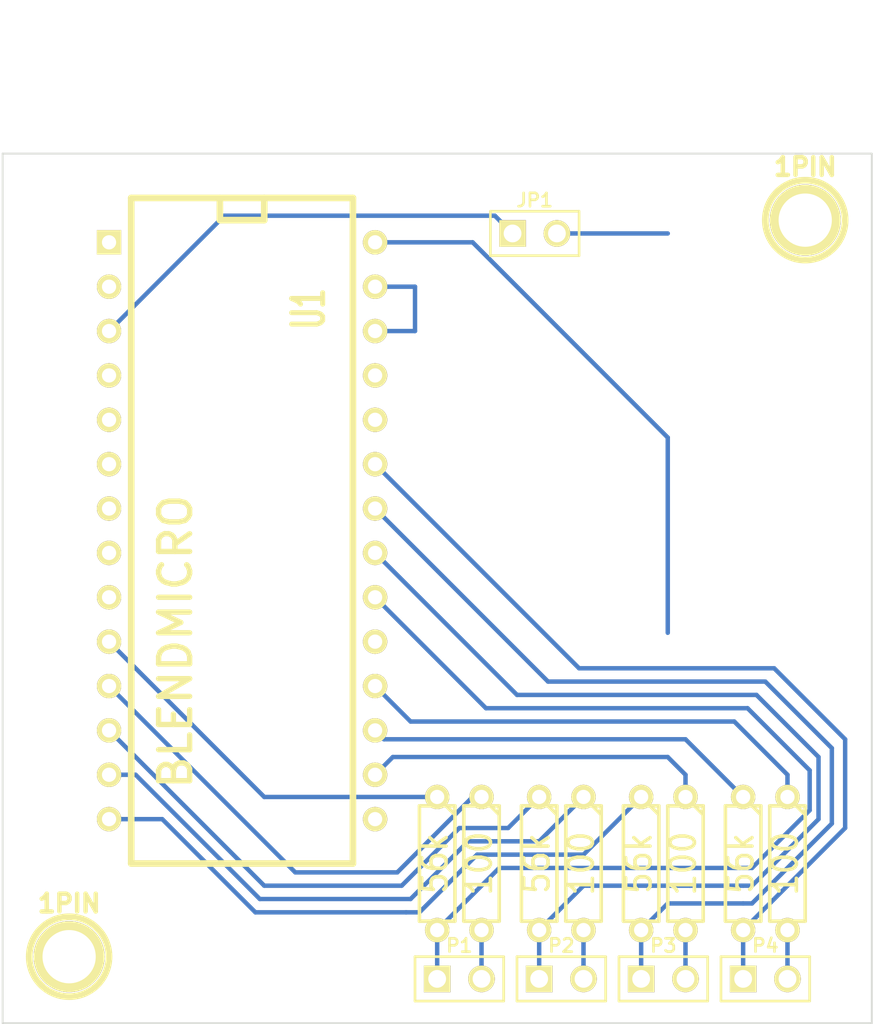
<source format=kicad_pcb>
(kicad_pcb (version 3) (host pcbnew "(22-Jun-2014 BZR 4027)-stable")

  (general
    (links 22)
    (no_connects 0)
    (area 97.485999 79.451999 147.370001 129.336001)
    (thickness 1.6)
    (drawings 5)
    (tracks 83)
    (zones 0)
    (modules 16)
    (nets 21)
  )

  (page A3)
  (layers
    (15 F.Cu signal)
    (0 B.Cu signal)
    (16 B.Adhes user)
    (17 F.Adhes user)
    (18 B.Paste user)
    (19 F.Paste user)
    (20 B.SilkS user)
    (21 F.SilkS user)
    (22 B.Mask user)
    (23 F.Mask user)
    (24 Dwgs.User user)
    (25 Cmts.User user)
    (26 Eco1.User user)
    (27 Eco2.User user)
    (28 Edge.Cuts user)
  )

  (setup
    (last_trace_width 0.254)
    (trace_clearance 0.254)
    (zone_clearance 0.508)
    (zone_45_only no)
    (trace_min 0.254)
    (segment_width 0.2)
    (edge_width 0.1)
    (via_size 0.889)
    (via_drill 0.635)
    (via_min_size 0.889)
    (via_min_drill 0.508)
    (uvia_size 0.508)
    (uvia_drill 0.127)
    (uvias_allowed no)
    (uvia_min_size 0.508)
    (uvia_min_drill 0.127)
    (pcb_text_width 0.3)
    (pcb_text_size 1.5 1.5)
    (mod_edge_width 0.15)
    (mod_text_size 1 1)
    (mod_text_width 0.15)
    (pad_size 1.5 1.5)
    (pad_drill 0.6)
    (pad_to_mask_clearance 0)
    (aux_axis_origin 97.536 129.286)
    (visible_elements FFFFFFBF)
    (pcbplotparams
      (layerselection 284196865)
      (usegerberextensions true)
      (excludeedgelayer true)
      (linewidth 0.150000)
      (plotframeref false)
      (viasonmask false)
      (mode 1)
      (useauxorigin false)
      (hpglpennumber 1)
      (hpglpenspeed 20)
      (hpglpendiameter 15)
      (hpglpenoverlay 2)
      (psnegative false)
      (psa4output false)
      (plotreference true)
      (plotvalue true)
      (plotothertext true)
      (plotinvisibletext false)
      (padsonsilk false)
      (subtractmaskfromsilk false)
      (outputformat 1)
      (mirror false)
      (drillshape 0)
      (scaleselection 1)
      (outputdirectory ""))
  )

  (net 0 "")
  (net 1 N-000001)
  (net 2 N-0000010)
  (net 3 N-0000011)
  (net 4 N-0000012)
  (net 5 N-0000013)
  (net 6 N-0000014)
  (net 7 N-0000015)
  (net 8 N-0000016)
  (net 9 N-0000017)
  (net 10 N-0000018)
  (net 11 N-0000019)
  (net 12 N-000002)
  (net 13 N-0000021)
  (net 14 N-0000022)
  (net 15 N-000003)
  (net 16 N-000004)
  (net 17 N-000005)
  (net 18 N-000006)
  (net 19 N-000007)
  (net 20 N-000008)

  (net_class Default "This is the default net class."
    (clearance 0.254)
    (trace_width 0.254)
    (via_dia 0.889)
    (via_drill 0.635)
    (uvia_dia 0.508)
    (uvia_drill 0.127)
    (add_net "")
    (add_net N-000001)
    (add_net N-0000010)
    (add_net N-0000011)
    (add_net N-0000012)
    (add_net N-0000013)
    (add_net N-0000014)
    (add_net N-0000015)
    (add_net N-0000016)
    (add_net N-0000017)
    (add_net N-0000018)
    (add_net N-0000019)
    (add_net N-000002)
    (add_net N-0000021)
    (add_net N-0000022)
    (add_net N-000003)
    (add_net N-000004)
    (add_net N-000005)
    (add_net N-000006)
    (add_net N-000007)
    (add_net N-000008)
  )

  (module DIP-28__600 (layer F.Cu) (tedit 200000) (tstamp 54AAE8B0)
    (at 111.252 101.092 270)
    (descr "Module Dil 28 pins, pads ronds, e=600 mils")
    (tags DIL)
    (path /54AAEF36)
    (fp_text reference U1 (at -12.7 -3.81 270) (layer F.SilkS)
      (effects (font (size 1.778 1.143) (thickness 0.3048)))
    )
    (fp_text value BLENDMICRO (at 6.35 3.81 270) (layer F.SilkS)
      (effects (font (size 1.778 1.778) (thickness 0.3048)))
    )
    (fp_line (start -19.05 -1.27) (end -19.05 -1.27) (layer F.SilkS) (width 0.381))
    (fp_line (start -19.05 -1.27) (end -17.78 -1.27) (layer F.SilkS) (width 0.381))
    (fp_line (start -17.78 -1.27) (end -17.78 1.27) (layer F.SilkS) (width 0.381))
    (fp_line (start -17.78 1.27) (end -19.05 1.27) (layer F.SilkS) (width 0.381))
    (fp_line (start -19.05 -6.35) (end 19.05 -6.35) (layer F.SilkS) (width 0.381))
    (fp_line (start 19.05 -6.35) (end 19.05 6.35) (layer F.SilkS) (width 0.381))
    (fp_line (start 19.05 6.35) (end -19.05 6.35) (layer F.SilkS) (width 0.381))
    (fp_line (start -19.05 6.35) (end -19.05 -6.35) (layer F.SilkS) (width 0.381))
    (pad 1 thru_hole rect (at -16.51 7.62 270) (size 1.397 1.397) (drill 0.8128)
      (layers *.Cu *.Mask F.SilkS)
    )
    (pad 2 thru_hole circle (at -13.97 7.62 270) (size 1.397 1.397) (drill 0.8128)
      (layers *.Cu *.Mask F.SilkS)
    )
    (pad 3 thru_hole circle (at -11.43 7.62 270) (size 1.397 1.397) (drill 0.8128)
      (layers *.Cu *.Mask F.SilkS)
      (net 5 N-0000013)
    )
    (pad 4 thru_hole circle (at -8.89 7.62 270) (size 1.397 1.397) (drill 0.8128)
      (layers *.Cu *.Mask F.SilkS)
    )
    (pad 5 thru_hole circle (at -6.35 7.62 270) (size 1.397 1.397) (drill 0.8128)
      (layers *.Cu *.Mask F.SilkS)
    )
    (pad 6 thru_hole circle (at -3.81 7.62 270) (size 1.397 1.397) (drill 0.8128)
      (layers *.Cu *.Mask F.SilkS)
    )
    (pad 7 thru_hole circle (at -1.27 7.62 270) (size 1.397 1.397) (drill 0.8128)
      (layers *.Cu *.Mask F.SilkS)
    )
    (pad 8 thru_hole circle (at 1.27 7.62 270) (size 1.397 1.397) (drill 0.8128)
      (layers *.Cu *.Mask F.SilkS)
    )
    (pad 9 thru_hole circle (at 3.81 7.62 270) (size 1.397 1.397) (drill 0.8128)
      (layers *.Cu *.Mask F.SilkS)
    )
    (pad 10 thru_hole circle (at 6.35 7.62 270) (size 1.397 1.397) (drill 0.8128)
      (layers *.Cu *.Mask F.SilkS)
      (net 12 N-000002)
    )
    (pad 11 thru_hole circle (at 8.89 7.62 270) (size 1.397 1.397) (drill 0.8128)
      (layers *.Cu *.Mask F.SilkS)
      (net 16 N-000004)
    )
    (pad 12 thru_hole circle (at 11.43 7.62 270) (size 1.397 1.397) (drill 0.8128)
      (layers *.Cu *.Mask F.SilkS)
      (net 20 N-000008)
    )
    (pad 13 thru_hole circle (at 13.97 7.62 270) (size 1.397 1.397) (drill 0.8128)
      (layers *.Cu *.Mask F.SilkS)
      (net 6 N-0000014)
    )
    (pad 14 thru_hole circle (at 16.51 7.62 270) (size 1.397 1.397) (drill 0.8128)
      (layers *.Cu *.Mask F.SilkS)
      (net 19 N-000007)
    )
    (pad 15 thru_hole circle (at 16.51 -7.62 270) (size 1.397 1.397) (drill 0.8128)
      (layers *.Cu *.Mask F.SilkS)
    )
    (pad 16 thru_hole circle (at 13.97 -7.62 270) (size 1.397 1.397) (drill 0.8128)
      (layers *.Cu *.Mask F.SilkS)
      (net 1 N-000001)
    )
    (pad 17 thru_hole circle (at 11.43 -7.62 270) (size 1.397 1.397) (drill 0.8128)
      (layers *.Cu *.Mask F.SilkS)
      (net 18 N-000006)
    )
    (pad 18 thru_hole circle (at 8.89 -7.62 270) (size 1.397 1.397) (drill 0.8128)
      (layers *.Cu *.Mask F.SilkS)
      (net 7 N-0000015)
    )
    (pad 19 thru_hole circle (at 6.35 -7.62 270) (size 1.397 1.397) (drill 0.8128)
      (layers *.Cu *.Mask F.SilkS)
    )
    (pad 20 thru_hole circle (at 3.81 -7.62 270) (size 1.397 1.397) (drill 0.8128)
      (layers *.Cu *.Mask F.SilkS)
      (net 15 N-000003)
    )
    (pad 21 thru_hole circle (at 1.27 -7.62 270) (size 1.397 1.397) (drill 0.8128)
      (layers *.Cu *.Mask F.SilkS)
      (net 9 N-0000017)
    )
    (pad 22 thru_hole circle (at -1.27 -7.62 270) (size 1.397 1.397) (drill 0.8128)
      (layers *.Cu *.Mask F.SilkS)
      (net 2 N-0000010)
    )
    (pad 23 thru_hole circle (at -3.81 -7.62 270) (size 1.397 1.397) (drill 0.8128)
      (layers *.Cu *.Mask F.SilkS)
      (net 10 N-0000018)
    )
    (pad 24 thru_hole circle (at -6.35 -7.62 270) (size 1.397 1.397) (drill 0.8128)
      (layers *.Cu *.Mask F.SilkS)
    )
    (pad 25 thru_hole circle (at -8.89 -7.62 270) (size 1.397 1.397) (drill 0.8128)
      (layers *.Cu *.Mask F.SilkS)
    )
    (pad 26 thru_hole circle (at -11.43 -7.62 270) (size 1.397 1.397) (drill 0.8128)
      (layers *.Cu *.Mask F.SilkS)
      (net 14 N-0000022)
    )
    (pad 27 thru_hole circle (at -13.97 -7.62 270) (size 1.397 1.397) (drill 0.8128)
      (layers *.Cu *.Mask F.SilkS)
      (net 14 N-0000022)
    )
    (pad 28 thru_hole circle (at -16.51 -7.62 270) (size 1.397 1.397) (drill 0.8128)
      (layers *.Cu *.Mask F.SilkS)
      (net 13 N-0000021)
    )
    (model dil/dil_28-w600.wrl
      (at (xyz 0 0 0))
      (scale (xyz 1 1 1))
      (rotate (xyz 0 0 0))
    )
  )

  (module R3 (layer F.Cu) (tedit 4E4C0E65) (tstamp 54AAEBFB)
    (at 124.968 120.142 270)
    (descr "Resitance 3 pas")
    (tags R)
    (path /54AD9097)
    (autoplace_cost180 10)
    (fp_text reference R2 (at 0 0.127 270) (layer F.SilkS) hide
      (effects (font (size 1.397 1.27) (thickness 0.2032)))
    )
    (fp_text value 100 (at 0 0.127 270) (layer F.SilkS)
      (effects (font (size 1.397 1.27) (thickness 0.2032)))
    )
    (fp_line (start -3.81 0) (end -3.302 0) (layer F.SilkS) (width 0.2032))
    (fp_line (start 3.81 0) (end 3.302 0) (layer F.SilkS) (width 0.2032))
    (fp_line (start 3.302 0) (end 3.302 -1.016) (layer F.SilkS) (width 0.2032))
    (fp_line (start 3.302 -1.016) (end -3.302 -1.016) (layer F.SilkS) (width 0.2032))
    (fp_line (start -3.302 -1.016) (end -3.302 1.016) (layer F.SilkS) (width 0.2032))
    (fp_line (start -3.302 1.016) (end 3.302 1.016) (layer F.SilkS) (width 0.2032))
    (fp_line (start 3.302 1.016) (end 3.302 0) (layer F.SilkS) (width 0.2032))
    (fp_line (start -3.302 -0.508) (end -2.794 -1.016) (layer F.SilkS) (width 0.2032))
    (pad 1 thru_hole circle (at -3.81 0 270) (size 1.397 1.397) (drill 0.8128)
      (layers *.Cu *.Mask F.SilkS)
      (net 16 N-000004)
    )
    (pad 2 thru_hole circle (at 3.81 0 270) (size 1.397 1.397) (drill 0.8128)
      (layers *.Cu *.Mask F.SilkS)
      (net 17 N-000005)
    )
    (model discret/resistor.wrl
      (at (xyz 0 0 0))
      (scale (xyz 0.3 0.3 0.3))
      (rotate (xyz 0 0 0))
    )
  )

  (module R3 (layer F.Cu) (tedit 4E4C0E65) (tstamp 54AAEC09)
    (at 122.428 120.142 270)
    (descr "Resitance 3 pas")
    (tags R)
    (path /54AD909D)
    (autoplace_cost180 10)
    (fp_text reference R1 (at 0 0.127 270) (layer F.SilkS) hide
      (effects (font (size 1.397 1.27) (thickness 0.2032)))
    )
    (fp_text value 56k (at 0 0.127 270) (layer F.SilkS)
      (effects (font (size 1.397 1.27) (thickness 0.2032)))
    )
    (fp_line (start -3.81 0) (end -3.302 0) (layer F.SilkS) (width 0.2032))
    (fp_line (start 3.81 0) (end 3.302 0) (layer F.SilkS) (width 0.2032))
    (fp_line (start 3.302 0) (end 3.302 -1.016) (layer F.SilkS) (width 0.2032))
    (fp_line (start 3.302 -1.016) (end -3.302 -1.016) (layer F.SilkS) (width 0.2032))
    (fp_line (start -3.302 -1.016) (end -3.302 1.016) (layer F.SilkS) (width 0.2032))
    (fp_line (start -3.302 1.016) (end 3.302 1.016) (layer F.SilkS) (width 0.2032))
    (fp_line (start 3.302 1.016) (end 3.302 0) (layer F.SilkS) (width 0.2032))
    (fp_line (start -3.302 -0.508) (end -2.794 -1.016) (layer F.SilkS) (width 0.2032))
    (pad 1 thru_hole circle (at -3.81 0 270) (size 1.397 1.397) (drill 0.8128)
      (layers *.Cu *.Mask F.SilkS)
      (net 12 N-000002)
    )
    (pad 2 thru_hole circle (at 3.81 0 270) (size 1.397 1.397) (drill 0.8128)
      (layers *.Cu *.Mask F.SilkS)
      (net 15 N-000003)
    )
    (model discret/resistor.wrl
      (at (xyz 0 0 0))
      (scale (xyz 0.3 0.3 0.3))
      (rotate (xyz 0 0 0))
    )
  )

  (module PIN_ARRAY_2X1 (layer F.Cu) (tedit 4565C520) (tstamp 54AAEC13)
    (at 123.698 126.746)
    (descr "Connecteurs 2 pins")
    (tags "CONN DEV")
    (path /54AD90A3)
    (fp_text reference P1 (at 0 -1.905) (layer F.SilkS)
      (effects (font (size 0.762 0.762) (thickness 0.1524)))
    )
    (fp_text value CONN_2 (at 0 -1.905) (layer F.SilkS) hide
      (effects (font (size 0.762 0.762) (thickness 0.1524)))
    )
    (fp_line (start -2.54 1.27) (end -2.54 -1.27) (layer F.SilkS) (width 0.1524))
    (fp_line (start -2.54 -1.27) (end 2.54 -1.27) (layer F.SilkS) (width 0.1524))
    (fp_line (start 2.54 -1.27) (end 2.54 1.27) (layer F.SilkS) (width 0.1524))
    (fp_line (start 2.54 1.27) (end -2.54 1.27) (layer F.SilkS) (width 0.1524))
    (pad 1 thru_hole rect (at -1.27 0) (size 1.524 1.524) (drill 1.016)
      (layers *.Cu *.Mask F.SilkS)
      (net 15 N-000003)
    )
    (pad 2 thru_hole circle (at 1.27 0) (size 1.524 1.524) (drill 1.016)
      (layers *.Cu *.Mask F.SilkS)
      (net 17 N-000005)
    )
    (model pin_array/pins_array_2x1.wrl
      (at (xyz 0 0 0))
      (scale (xyz 1 1 1))
      (rotate (xyz 0 0 0))
    )
  )

  (module R3 (layer F.Cu) (tedit 4E4C0E65) (tstamp 54AAFBA7)
    (at 130.81 120.142 270)
    (descr "Resitance 3 pas")
    (tags R)
    (path /54AAEF56)
    (autoplace_cost180 10)
    (fp_text reference R4 (at 0 0.127 270) (layer F.SilkS) hide
      (effects (font (size 1.397 1.27) (thickness 0.2032)))
    )
    (fp_text value 100 (at 0 0.127 270) (layer F.SilkS)
      (effects (font (size 1.397 1.27) (thickness 0.2032)))
    )
    (fp_line (start -3.81 0) (end -3.302 0) (layer F.SilkS) (width 0.2032))
    (fp_line (start 3.81 0) (end 3.302 0) (layer F.SilkS) (width 0.2032))
    (fp_line (start 3.302 0) (end 3.302 -1.016) (layer F.SilkS) (width 0.2032))
    (fp_line (start 3.302 -1.016) (end -3.302 -1.016) (layer F.SilkS) (width 0.2032))
    (fp_line (start -3.302 -1.016) (end -3.302 1.016) (layer F.SilkS) (width 0.2032))
    (fp_line (start -3.302 1.016) (end 3.302 1.016) (layer F.SilkS) (width 0.2032))
    (fp_line (start 3.302 1.016) (end 3.302 0) (layer F.SilkS) (width 0.2032))
    (fp_line (start -3.302 -0.508) (end -2.794 -1.016) (layer F.SilkS) (width 0.2032))
    (pad 1 thru_hole circle (at -3.81 0 270) (size 1.397 1.397) (drill 0.8128)
      (layers *.Cu *.Mask F.SilkS)
      (net 6 N-0000014)
    )
    (pad 2 thru_hole circle (at 3.81 0 270) (size 1.397 1.397) (drill 0.8128)
      (layers *.Cu *.Mask F.SilkS)
      (net 11 N-0000019)
    )
    (model discret/resistor.wrl
      (at (xyz 0 0 0))
      (scale (xyz 0.3 0.3 0.3))
      (rotate (xyz 0 0 0))
    )
  )

  (module R3 (layer F.Cu) (tedit 4E4C0E65) (tstamp 54AAFBB5)
    (at 128.27 120.142 270)
    (descr "Resitance 3 pas")
    (tags R)
    (path /54AAEF65)
    (autoplace_cost180 10)
    (fp_text reference R3 (at 0 0.127 270) (layer F.SilkS) hide
      (effects (font (size 1.397 1.27) (thickness 0.2032)))
    )
    (fp_text value 56k (at 0 0.127 270) (layer F.SilkS)
      (effects (font (size 1.397 1.27) (thickness 0.2032)))
    )
    (fp_line (start -3.81 0) (end -3.302 0) (layer F.SilkS) (width 0.2032))
    (fp_line (start 3.81 0) (end 3.302 0) (layer F.SilkS) (width 0.2032))
    (fp_line (start 3.302 0) (end 3.302 -1.016) (layer F.SilkS) (width 0.2032))
    (fp_line (start 3.302 -1.016) (end -3.302 -1.016) (layer F.SilkS) (width 0.2032))
    (fp_line (start -3.302 -1.016) (end -3.302 1.016) (layer F.SilkS) (width 0.2032))
    (fp_line (start -3.302 1.016) (end 3.302 1.016) (layer F.SilkS) (width 0.2032))
    (fp_line (start 3.302 1.016) (end 3.302 0) (layer F.SilkS) (width 0.2032))
    (fp_line (start -3.302 -0.508) (end -2.794 -1.016) (layer F.SilkS) (width 0.2032))
    (pad 1 thru_hole circle (at -3.81 0 270) (size 1.397 1.397) (drill 0.8128)
      (layers *.Cu *.Mask F.SilkS)
      (net 20 N-000008)
    )
    (pad 2 thru_hole circle (at 3.81 0 270) (size 1.397 1.397) (drill 0.8128)
      (layers *.Cu *.Mask F.SilkS)
      (net 9 N-0000017)
    )
    (model discret/resistor.wrl
      (at (xyz 0 0 0))
      (scale (xyz 0.3 0.3 0.3))
      (rotate (xyz 0 0 0))
    )
  )

  (module PIN_ARRAY_2X1 (layer F.Cu) (tedit 4565C520) (tstamp 54AAFBBF)
    (at 128.016 84.074)
    (descr "Connecteurs 2 pins")
    (tags "CONN DEV")
    (path /54AAF39B)
    (fp_text reference JP1 (at 0 -1.905) (layer F.SilkS)
      (effects (font (size 0.762 0.762) (thickness 0.1524)))
    )
    (fp_text value JUMPER (at 0 -1.905) (layer F.SilkS) hide
      (effects (font (size 0.762 0.762) (thickness 0.1524)))
    )
    (fp_line (start -2.54 1.27) (end -2.54 -1.27) (layer F.SilkS) (width 0.1524))
    (fp_line (start -2.54 -1.27) (end 2.54 -1.27) (layer F.SilkS) (width 0.1524))
    (fp_line (start 2.54 -1.27) (end 2.54 1.27) (layer F.SilkS) (width 0.1524))
    (fp_line (start 2.54 1.27) (end -2.54 1.27) (layer F.SilkS) (width 0.1524))
    (pad 1 thru_hole rect (at -1.27 0) (size 1.524 1.524) (drill 1.016)
      (layers *.Cu *.Mask F.SilkS)
      (net 5 N-0000013)
    )
    (pad 2 thru_hole circle (at 1.27 0) (size 1.524 1.524) (drill 1.016)
      (layers *.Cu *.Mask F.SilkS)
      (net 4 N-0000012)
    )
    (model pin_array/pins_array_2x1.wrl
      (at (xyz 0 0 0))
      (scale (xyz 1 1 1))
      (rotate (xyz 0 0 0))
    )
  )

  (module PIN_ARRAY_2X1 (layer F.Cu) (tedit 4565C520) (tstamp 54AAFBC9)
    (at 129.54 126.746)
    (descr "Connecteurs 2 pins")
    (tags "CONN DEV")
    (path /54AAEF8F)
    (fp_text reference P2 (at 0 -1.905) (layer F.SilkS)
      (effects (font (size 0.762 0.762) (thickness 0.1524)))
    )
    (fp_text value CONN_2 (at 0 -1.905) (layer F.SilkS) hide
      (effects (font (size 0.762 0.762) (thickness 0.1524)))
    )
    (fp_line (start -2.54 1.27) (end -2.54 -1.27) (layer F.SilkS) (width 0.1524))
    (fp_line (start -2.54 -1.27) (end 2.54 -1.27) (layer F.SilkS) (width 0.1524))
    (fp_line (start 2.54 -1.27) (end 2.54 1.27) (layer F.SilkS) (width 0.1524))
    (fp_line (start 2.54 1.27) (end -2.54 1.27) (layer F.SilkS) (width 0.1524))
    (pad 1 thru_hole rect (at -1.27 0) (size 1.524 1.524) (drill 1.016)
      (layers *.Cu *.Mask F.SilkS)
      (net 9 N-0000017)
    )
    (pad 2 thru_hole circle (at 1.27 0) (size 1.524 1.524) (drill 1.016)
      (layers *.Cu *.Mask F.SilkS)
      (net 11 N-0000019)
    )
    (model pin_array/pins_array_2x1.wrl
      (at (xyz 0 0 0))
      (scale (xyz 1 1 1))
      (rotate (xyz 0 0 0))
    )
  )

  (module 1pin (layer F.Cu) (tedit 200000) (tstamp 54ACC087)
    (at 101.346 125.476)
    (descr "module 1 pin (ou trou mecanique de percage)")
    (tags DEV)
    (path 1pin)
    (fp_text reference 1PIN (at 0 -3.048) (layer F.SilkS)
      (effects (font (size 1.016 1.016) (thickness 0.254)))
    )
    (fp_text value P*** (at 0 2.794) (layer F.SilkS) hide
      (effects (font (size 1.016 1.016) (thickness 0.254)))
    )
    (fp_circle (center 0 0) (end 0 -2.286) (layer F.SilkS) (width 0.381))
    (pad 1 thru_hole circle (at 0 0) (size 4.064 4.064) (drill 3.048)
      (layers *.Cu *.Mask F.SilkS)
    )
  )

  (module 1pin (layer F.Cu) (tedit 200000) (tstamp 54ACC0A9)
    (at 143.51 83.312)
    (descr "module 1 pin (ou trou mecanique de percage)")
    (tags DEV)
    (path 1pin)
    (fp_text reference 1PIN (at 0 -3.048) (layer F.SilkS)
      (effects (font (size 1.016 1.016) (thickness 0.254)))
    )
    (fp_text value P*** (at 0 2.794) (layer F.SilkS) hide
      (effects (font (size 1.016 1.016) (thickness 0.254)))
    )
    (fp_circle (center 0 0) (end 0 -2.286) (layer F.SilkS) (width 0.381))
    (pad 1 thru_hole circle (at 0 0) (size 4.064 4.064) (drill 3.048)
      (layers *.Cu *.Mask F.SilkS)
    )
  )

  (module R3 (layer F.Cu) (tedit 4E4C0E65) (tstamp 54AD91A2)
    (at 142.494 120.142 270)
    (descr "Resitance 3 pas")
    (tags R)
    (path /54ADA407)
    (autoplace_cost180 10)
    (fp_text reference R8 (at 0 0.127 270) (layer F.SilkS) hide
      (effects (font (size 1.397 1.27) (thickness 0.2032)))
    )
    (fp_text value 100 (at 0 0.127 270) (layer F.SilkS)
      (effects (font (size 1.397 1.27) (thickness 0.2032)))
    )
    (fp_line (start -3.81 0) (end -3.302 0) (layer F.SilkS) (width 0.2032))
    (fp_line (start 3.81 0) (end 3.302 0) (layer F.SilkS) (width 0.2032))
    (fp_line (start 3.302 0) (end 3.302 -1.016) (layer F.SilkS) (width 0.2032))
    (fp_line (start 3.302 -1.016) (end -3.302 -1.016) (layer F.SilkS) (width 0.2032))
    (fp_line (start -3.302 -1.016) (end -3.302 1.016) (layer F.SilkS) (width 0.2032))
    (fp_line (start -3.302 1.016) (end 3.302 1.016) (layer F.SilkS) (width 0.2032))
    (fp_line (start 3.302 1.016) (end 3.302 0) (layer F.SilkS) (width 0.2032))
    (fp_line (start -3.302 -0.508) (end -2.794 -1.016) (layer F.SilkS) (width 0.2032))
    (pad 1 thru_hole circle (at -3.81 0 270) (size 1.397 1.397) (drill 0.8128)
      (layers *.Cu *.Mask F.SilkS)
      (net 7 N-0000015)
    )
    (pad 2 thru_hole circle (at 3.81 0 270) (size 1.397 1.397) (drill 0.8128)
      (layers *.Cu *.Mask F.SilkS)
      (net 8 N-0000016)
    )
    (model discret/resistor.wrl
      (at (xyz 0 0 0))
      (scale (xyz 0.3 0.3 0.3))
      (rotate (xyz 0 0 0))
    )
  )

  (module R3 (layer F.Cu) (tedit 4E4C0E65) (tstamp 54AD91B0)
    (at 139.954 120.142 270)
    (descr "Resitance 3 pas")
    (tags R)
    (path /54AD9084)
    (autoplace_cost180 10)
    (fp_text reference R7 (at 0 0.127 270) (layer F.SilkS) hide
      (effects (font (size 1.397 1.27) (thickness 0.2032)))
    )
    (fp_text value 56k (at 0 0.127 270) (layer F.SilkS)
      (effects (font (size 1.397 1.27) (thickness 0.2032)))
    )
    (fp_line (start -3.81 0) (end -3.302 0) (layer F.SilkS) (width 0.2032))
    (fp_line (start 3.81 0) (end 3.302 0) (layer F.SilkS) (width 0.2032))
    (fp_line (start 3.302 0) (end 3.302 -1.016) (layer F.SilkS) (width 0.2032))
    (fp_line (start 3.302 -1.016) (end -3.302 -1.016) (layer F.SilkS) (width 0.2032))
    (fp_line (start -3.302 -1.016) (end -3.302 1.016) (layer F.SilkS) (width 0.2032))
    (fp_line (start -3.302 1.016) (end 3.302 1.016) (layer F.SilkS) (width 0.2032))
    (fp_line (start 3.302 1.016) (end 3.302 0) (layer F.SilkS) (width 0.2032))
    (fp_line (start -3.302 -0.508) (end -2.794 -1.016) (layer F.SilkS) (width 0.2032))
    (pad 1 thru_hole circle (at -3.81 0 270) (size 1.397 1.397) (drill 0.8128)
      (layers *.Cu *.Mask F.SilkS)
      (net 18 N-000006)
    )
    (pad 2 thru_hole circle (at 3.81 0 270) (size 1.397 1.397) (drill 0.8128)
      (layers *.Cu *.Mask F.SilkS)
      (net 10 N-0000018)
    )
    (model discret/resistor.wrl
      (at (xyz 0 0 0))
      (scale (xyz 0.3 0.3 0.3))
      (rotate (xyz 0 0 0))
    )
  )

  (module R3 (layer F.Cu) (tedit 4E4C0E65) (tstamp 54AD91BE)
    (at 136.652 120.142 270)
    (descr "Resitance 3 pas")
    (tags R)
    (path /54AAFA5A)
    (autoplace_cost180 10)
    (fp_text reference R6 (at 0 0.127 270) (layer F.SilkS) hide
      (effects (font (size 1.397 1.27) (thickness 0.2032)))
    )
    (fp_text value 100 (at 0 0.127 270) (layer F.SilkS)
      (effects (font (size 1.397 1.27) (thickness 0.2032)))
    )
    (fp_line (start -3.81 0) (end -3.302 0) (layer F.SilkS) (width 0.2032))
    (fp_line (start 3.81 0) (end 3.302 0) (layer F.SilkS) (width 0.2032))
    (fp_line (start 3.302 0) (end 3.302 -1.016) (layer F.SilkS) (width 0.2032))
    (fp_line (start 3.302 -1.016) (end -3.302 -1.016) (layer F.SilkS) (width 0.2032))
    (fp_line (start -3.302 -1.016) (end -3.302 1.016) (layer F.SilkS) (width 0.2032))
    (fp_line (start -3.302 1.016) (end 3.302 1.016) (layer F.SilkS) (width 0.2032))
    (fp_line (start 3.302 1.016) (end 3.302 0) (layer F.SilkS) (width 0.2032))
    (fp_line (start -3.302 -0.508) (end -2.794 -1.016) (layer F.SilkS) (width 0.2032))
    (pad 1 thru_hole circle (at -3.81 0 270) (size 1.397 1.397) (drill 0.8128)
      (layers *.Cu *.Mask F.SilkS)
      (net 1 N-000001)
    )
    (pad 2 thru_hole circle (at 3.81 0 270) (size 1.397 1.397) (drill 0.8128)
      (layers *.Cu *.Mask F.SilkS)
      (net 3 N-0000011)
    )
    (model discret/resistor.wrl
      (at (xyz 0 0 0))
      (scale (xyz 0.3 0.3 0.3))
      (rotate (xyz 0 0 0))
    )
  )

  (module R3 (layer F.Cu) (tedit 4E4C0E65) (tstamp 54AD91CC)
    (at 134.112 120.142 270)
    (descr "Resitance 3 pas")
    (tags R)
    (path /54AAFA60)
    (autoplace_cost180 10)
    (fp_text reference R5 (at 0 0.127 270) (layer F.SilkS) hide
      (effects (font (size 1.397 1.27) (thickness 0.2032)))
    )
    (fp_text value 56k (at 0 0.127 270) (layer F.SilkS)
      (effects (font (size 1.397 1.27) (thickness 0.2032)))
    )
    (fp_line (start -3.81 0) (end -3.302 0) (layer F.SilkS) (width 0.2032))
    (fp_line (start 3.81 0) (end 3.302 0) (layer F.SilkS) (width 0.2032))
    (fp_line (start 3.302 0) (end 3.302 -1.016) (layer F.SilkS) (width 0.2032))
    (fp_line (start 3.302 -1.016) (end -3.302 -1.016) (layer F.SilkS) (width 0.2032))
    (fp_line (start -3.302 -1.016) (end -3.302 1.016) (layer F.SilkS) (width 0.2032))
    (fp_line (start -3.302 1.016) (end 3.302 1.016) (layer F.SilkS) (width 0.2032))
    (fp_line (start 3.302 1.016) (end 3.302 0) (layer F.SilkS) (width 0.2032))
    (fp_line (start -3.302 -0.508) (end -2.794 -1.016) (layer F.SilkS) (width 0.2032))
    (pad 1 thru_hole circle (at -3.81 0 270) (size 1.397 1.397) (drill 0.8128)
      (layers *.Cu *.Mask F.SilkS)
      (net 19 N-000007)
    )
    (pad 2 thru_hole circle (at 3.81 0 270) (size 1.397 1.397) (drill 0.8128)
      (layers *.Cu *.Mask F.SilkS)
      (net 2 N-0000010)
    )
    (model discret/resistor.wrl
      (at (xyz 0 0 0))
      (scale (xyz 0.3 0.3 0.3))
      (rotate (xyz 0 0 0))
    )
  )

  (module PIN_ARRAY_2X1 (layer F.Cu) (tedit 4565C520) (tstamp 54AD91D6)
    (at 141.224 126.746)
    (descr "Connecteurs 2 pins")
    (tags "CONN DEV")
    (path /54AD908A)
    (fp_text reference P4 (at 0 -1.905) (layer F.SilkS)
      (effects (font (size 0.762 0.762) (thickness 0.1524)))
    )
    (fp_text value CONN_2 (at 0 -1.905) (layer F.SilkS) hide
      (effects (font (size 0.762 0.762) (thickness 0.1524)))
    )
    (fp_line (start -2.54 1.27) (end -2.54 -1.27) (layer F.SilkS) (width 0.1524))
    (fp_line (start -2.54 -1.27) (end 2.54 -1.27) (layer F.SilkS) (width 0.1524))
    (fp_line (start 2.54 -1.27) (end 2.54 1.27) (layer F.SilkS) (width 0.1524))
    (fp_line (start 2.54 1.27) (end -2.54 1.27) (layer F.SilkS) (width 0.1524))
    (pad 1 thru_hole rect (at -1.27 0) (size 1.524 1.524) (drill 1.016)
      (layers *.Cu *.Mask F.SilkS)
      (net 10 N-0000018)
    )
    (pad 2 thru_hole circle (at 1.27 0) (size 1.524 1.524) (drill 1.016)
      (layers *.Cu *.Mask F.SilkS)
      (net 8 N-0000016)
    )
    (model pin_array/pins_array_2x1.wrl
      (at (xyz 0 0 0))
      (scale (xyz 1 1 1))
      (rotate (xyz 0 0 0))
    )
  )

  (module PIN_ARRAY_2X1 (layer F.Cu) (tedit 4565C520) (tstamp 54AD91E0)
    (at 135.382 126.746)
    (descr "Connecteurs 2 pins")
    (tags "CONN DEV")
    (path /54AAFA66)
    (fp_text reference P3 (at 0 -1.905) (layer F.SilkS)
      (effects (font (size 0.762 0.762) (thickness 0.1524)))
    )
    (fp_text value CONN_2 (at 0 -1.905) (layer F.SilkS) hide
      (effects (font (size 0.762 0.762) (thickness 0.1524)))
    )
    (fp_line (start -2.54 1.27) (end -2.54 -1.27) (layer F.SilkS) (width 0.1524))
    (fp_line (start -2.54 -1.27) (end 2.54 -1.27) (layer F.SilkS) (width 0.1524))
    (fp_line (start 2.54 -1.27) (end 2.54 1.27) (layer F.SilkS) (width 0.1524))
    (fp_line (start 2.54 1.27) (end -2.54 1.27) (layer F.SilkS) (width 0.1524))
    (pad 1 thru_hole rect (at -1.27 0) (size 1.524 1.524) (drill 1.016)
      (layers *.Cu *.Mask F.SilkS)
      (net 2 N-0000010)
    )
    (pad 2 thru_hole circle (at 1.27 0) (size 1.524 1.524) (drill 1.016)
      (layers *.Cu *.Mask F.SilkS)
      (net 3 N-0000011)
    )
    (model pin_array/pins_array_2x1.wrl
      (at (xyz 0 0 0))
      (scale (xyz 1 1 1))
      (rotate (xyz 0 0 0))
    )
  )

  (gr_line (start 97.536 129.286) (end 147.32 129.286) (angle 90) (layer Edge.Cuts) (width 0.1))
  (gr_line (start 147.32 79.502) (end 97.536 79.502) (angle 90) (layer Edge.Cuts) (width 0.1))
  (dimension 49.784 (width 0.3) (layer Dwgs.User)
    (gr_text "49.784 mm" (at 122.428 72.564001) (layer Dwgs.User)
      (effects (font (size 1.5 1.5) (thickness 0.3)))
    )
    (feature1 (pts (xy 147.32 79.502) (xy 147.32 71.214001)))
    (feature2 (pts (xy 97.536 79.502) (xy 97.536 71.214001)))
    (crossbar (pts (xy 97.536 73.914001) (xy 147.32 73.914001)))
    (arrow1a (pts (xy 147.32 73.914001) (xy 146.193497 74.500421)))
    (arrow1b (pts (xy 147.32 73.914001) (xy 146.193497 73.327581)))
    (arrow2a (pts (xy 97.536 73.914001) (xy 98.662503 74.500421)))
    (arrow2b (pts (xy 97.536 73.914001) (xy 98.662503 73.327581)))
  )
  (gr_line (start 147.32 79.502) (end 147.32 129.286) (angle 90) (layer Edge.Cuts) (width 0.1))
  (gr_line (start 97.536 129.286) (end 97.536 79.502) (angle 90) (layer Edge.Cuts) (width 0.1))

  (segment (start 136.652 116.332) (end 136.652 115.062) (width 0.254) (layer B.Cu) (net 1))
  (segment (start 119.888 114.046) (end 118.872 115.062) (width 0.254) (layer B.Cu) (net 1) (tstamp 54AD988F))
  (segment (start 135.636 114.046) (end 119.888 114.046) (width 0.254) (layer B.Cu) (net 1) (tstamp 54AD988C))
  (segment (start 136.652 115.062) (end 135.636 114.046) (width 0.254) (layer B.Cu) (net 1) (tstamp 54AD9889))
  (segment (start 134.112 123.952) (end 135.636 122.428) (width 0.254) (layer B.Cu) (net 2))
  (segment (start 128.778 109.728) (end 118.872 99.822) (width 0.254) (layer B.Cu) (net 2) (tstamp 54AD96FA))
  (segment (start 141.224 109.728) (end 128.778 109.728) (width 0.254) (layer B.Cu) (net 2) (tstamp 54AD96F6))
  (segment (start 145.034 113.538) (end 141.224 109.728) (width 0.254) (layer B.Cu) (net 2) (tstamp 54AD96F0))
  (segment (start 145.034 117.856) (end 145.034 113.538) (width 0.254) (layer B.Cu) (net 2) (tstamp 54AD96EC))
  (segment (start 140.462 122.428) (end 145.034 117.856) (width 0.254) (layer B.Cu) (net 2) (tstamp 54AD96E7))
  (segment (start 139.954 122.428) (end 140.462 122.428) (width 0.254) (layer B.Cu) (net 2) (tstamp 54AD96E4))
  (segment (start 135.636 122.428) (end 139.954 122.428) (width 0.254) (layer B.Cu) (net 2) (tstamp 54AD96DC))
  (segment (start 134.112 123.952) (end 134.112 126.746) (width 0.254) (layer B.Cu) (net 2))
  (segment (start 136.652 126.746) (end 136.652 123.952) (width 0.254) (layer B.Cu) (net 3))
  (segment (start 129.286 84.074) (end 135.636 84.074) (width 0.254) (layer B.Cu) (net 4))
  (segment (start 110.236 83.058) (end 125.73 83.058) (width 0.254) (layer B.Cu) (net 5))
  (segment (start 103.632 89.662) (end 110.236 83.058) (width 0.254) (layer B.Cu) (net 5))
  (segment (start 125.73 83.058) (end 126.746 84.074) (width 0.254) (layer B.Cu) (net 5) (tstamp 54AD9443))
  (segment (start 130.81 116.332) (end 128.27 118.872) (width 0.254) (layer B.Cu) (net 6))
  (segment (start 105.156 115.062) (end 112.268 122.174) (width 0.254) (layer B.Cu) (net 6) (tstamp 54AD9939))
  (segment (start 105.156 115.062) (end 103.632 115.062) (width 0.254) (layer B.Cu) (net 6))
  (segment (start 120.904 122.174) (end 112.268 122.174) (width 0.254) (layer B.Cu) (net 6) (tstamp 54AD9A2E))
  (segment (start 124.206 118.872) (end 120.904 122.174) (width 0.254) (layer B.Cu) (net 6) (tstamp 54AD9A20))
  (segment (start 128.27 118.872) (end 124.206 118.872) (width 0.254) (layer B.Cu) (net 6) (tstamp 54AD9A1B))
  (segment (start 142.494 116.332) (end 142.494 115.062) (width 0.254) (layer B.Cu) (net 7))
  (segment (start 120.904 112.014) (end 118.872 109.982) (width 0.254) (layer B.Cu) (net 7) (tstamp 54AD986C))
  (segment (start 139.446 112.014) (end 120.904 112.014) (width 0.254) (layer B.Cu) (net 7) (tstamp 54AD986A))
  (segment (start 142.494 115.062) (end 139.446 112.014) (width 0.254) (layer B.Cu) (net 7) (tstamp 54AD9865))
  (segment (start 142.494 123.952) (end 142.494 126.746) (width 0.254) (layer B.Cu) (net 8))
  (segment (start 128.27 123.952) (end 130.81 121.412) (width 0.254) (layer B.Cu) (net 9))
  (segment (start 127 110.49) (end 118.872 102.362) (width 0.254) (layer B.Cu) (net 9) (tstamp 54AD9754))
  (segment (start 140.716 110.49) (end 127 110.49) (width 0.254) (layer B.Cu) (net 9) (tstamp 54AD9746))
  (segment (start 144.272 114.046) (end 140.716 110.49) (width 0.254) (layer B.Cu) (net 9) (tstamp 54AD9741))
  (segment (start 144.272 117.602) (end 144.272 114.046) (width 0.254) (layer B.Cu) (net 9) (tstamp 54AD9730))
  (segment (start 140.462 121.412) (end 144.272 117.602) (width 0.254) (layer B.Cu) (net 9) (tstamp 54AD971A))
  (segment (start 139.954 121.412) (end 140.462 121.412) (width 0.254) (layer B.Cu) (net 9) (tstamp 54AD9715))
  (segment (start 136.906 121.412) (end 139.954 121.412) (width 0.254) (layer B.Cu) (net 9) (tstamp 54AD9713))
  (segment (start 130.81 121.412) (end 136.906 121.412) (width 0.254) (layer B.Cu) (net 9) (tstamp 54AD970D))
  (segment (start 128.27 123.952) (end 128.27 126.746) (width 0.254) (layer B.Cu) (net 9))
  (segment (start 139.954 123.952) (end 145.796 118.11) (width 0.254) (layer B.Cu) (net 10))
  (segment (start 130.556 108.966) (end 118.872 97.282) (width 0.254) (layer B.Cu) (net 10) (tstamp 54AD96D5))
  (segment (start 141.732 108.966) (end 130.556 108.966) (width 0.254) (layer B.Cu) (net 10) (tstamp 54AD96D2))
  (segment (start 145.796 113.03) (end 141.732 108.966) (width 0.254) (layer B.Cu) (net 10) (tstamp 54AD96C0))
  (segment (start 145.796 118.11) (end 145.796 113.03) (width 0.254) (layer B.Cu) (net 10) (tstamp 54AD96B4))
  (segment (start 139.954 123.952) (end 139.954 126.746) (width 0.254) (layer B.Cu) (net 10))
  (segment (start 130.81 123.952) (end 130.81 126.746) (width 0.254) (layer B.Cu) (net 11))
  (segment (start 122.428 116.332) (end 112.522 116.332) (width 0.254) (layer B.Cu) (net 12))
  (segment (start 112.522 116.332) (end 103.632 107.442) (width 0.254) (layer B.Cu) (net 12) (tstamp 54AD98B3))
  (segment (start 135.636 95.758) (end 135.636 106.934) (width 0.254) (layer B.Cu) (net 13) (tstamp 54AD892E))
  (segment (start 118.872 84.582) (end 124.46 84.582) (width 0.254) (layer B.Cu) (net 13))
  (segment (start 124.46 84.582) (end 135.636 95.758) (width 0.254) (layer B.Cu) (net 13) (tstamp 54AD8929))
  (segment (start 118.872 87.122) (end 121.158 87.122) (width 0.254) (layer B.Cu) (net 14))
  (segment (start 121.158 89.662) (end 118.872 89.662) (width 0.254) (layer B.Cu) (net 14) (tstamp 54AD944F))
  (segment (start 121.158 87.122) (end 121.158 89.662) (width 0.254) (layer B.Cu) (net 14) (tstamp 54AD9447))
  (segment (start 118.872 104.902) (end 125.222 111.252) (width 0.254) (layer B.Cu) (net 15))
  (segment (start 140.462 120.396) (end 140.208 120.396) (width 0.254) (layer B.Cu) (net 15) (tstamp 54AD979B))
  (segment (start 143.763998 117.094002) (end 140.462 120.396) (width 0.254) (layer B.Cu) (net 15) (tstamp 54AD979A))
  (segment (start 143.763998 114.807998) (end 143.763998 117.094002) (width 0.254) (layer B.Cu) (net 15) (tstamp 54AD9796))
  (segment (start 140.208 111.252) (end 143.763998 114.807998) (width 0.254) (layer B.Cu) (net 15) (tstamp 54AD978A))
  (segment (start 125.222 111.252) (end 140.208 111.252) (width 0.254) (layer B.Cu) (net 15) (tstamp 54AD9785))
  (segment (start 122.428 123.952) (end 125.984 120.396) (width 0.254) (layer B.Cu) (net 15))
  (segment (start 125.984 120.396) (end 140.208 120.396) (width 0.254) (layer B.Cu) (net 15) (tstamp 54AD9758))
  (segment (start 122.428 123.952) (end 122.428 126.746) (width 0.254) (layer B.Cu) (net 15))
  (segment (start 124.968 116.332) (end 124.46 116.332) (width 0.254) (layer B.Cu) (net 16))
  (segment (start 114.3 120.65) (end 103.632 109.982) (width 0.254) (layer B.Cu) (net 16) (tstamp 54AD9A93))
  (segment (start 120.142 120.65) (end 114.3 120.65) (width 0.254) (layer B.Cu) (net 16) (tstamp 54AD9A90))
  (segment (start 124.46 116.332) (end 120.142 120.65) (width 0.254) (layer B.Cu) (net 16) (tstamp 54AD9A8A))
  (segment (start 124.968 123.952) (end 124.968 126.746) (width 0.254) (layer B.Cu) (net 17))
  (segment (start 118.872 112.522) (end 119.38 113.03) (width 0.254) (layer B.Cu) (net 18))
  (segment (start 136.652 113.03) (end 139.954 116.332) (width 0.254) (layer B.Cu) (net 18) (tstamp 54AD987F))
  (segment (start 119.38 113.03) (end 136.652 113.03) (width 0.254) (layer B.Cu) (net 18) (tstamp 54AD987B))
  (segment (start 120.65 122.936) (end 121.412 122.936) (width 0.254) (layer B.Cu) (net 19))
  (segment (start 106.68 117.602) (end 112.014 122.936) (width 0.254) (layer B.Cu) (net 19) (tstamp 54AD99DF))
  (segment (start 112.014 122.936) (end 120.65 122.936) (width 0.254) (layer B.Cu) (net 19) (tstamp 54AD99E6))
  (segment (start 103.632 117.602) (end 106.68 117.602) (width 0.254) (layer B.Cu) (net 19))
  (segment (start 130.81 119.634) (end 134.112 116.332) (width 0.254) (layer B.Cu) (net 19) (tstamp 54AD9A14))
  (segment (start 124.714 119.634) (end 130.81 119.634) (width 0.254) (layer B.Cu) (net 19) (tstamp 54AD9A0D))
  (segment (start 121.412 122.936) (end 124.714 119.634) (width 0.254) (layer B.Cu) (net 19) (tstamp 54AD9A08))
  (segment (start 126.492 118.11) (end 123.698 118.11) (width 0.254) (layer B.Cu) (net 20))
  (segment (start 103.632 112.522) (end 112.522 121.412) (width 0.254) (layer B.Cu) (net 20))
  (segment (start 126.492 118.11) (end 128.27 116.332) (width 0.254) (layer B.Cu) (net 20))
  (segment (start 120.396 121.412) (end 112.522 121.412) (width 0.254) (layer B.Cu) (net 20) (tstamp 54AD9A60))
  (segment (start 123.698 118.11) (end 120.396 121.412) (width 0.254) (layer B.Cu) (net 20) (tstamp 54AD9A55))

  (zone (net 0) (net_name "") (layer B.Cu) (tstamp 54AD8A4E) (hatch edge 0.508)
    (connect_pads (clearance 0.508))
    (min_thickness 0.254)
    (fill (arc_segments 16) (thermal_gap 0.508) (thermal_bridge_width 0.508))
    (polygon
      (pts
        (xy 147.066 129.032) (xy 97.79 129.032) (xy 97.79 79.756) (xy 147.066 79.756)
      )
    )
  )
)

</source>
